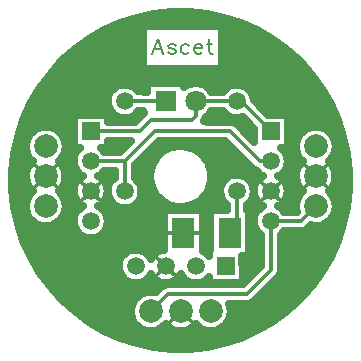
<source format=gbr>
G04 CAM Products 2000  RS274-X Output*
G04 Serial Number: 0000-00-00000*
G04 File Name:ir_sensor_top.gbr *
%FSLAX34Y34*%
%MOIN*%
%SFA1B1*%

%IPPOS*%
%ADD10C,0.005500*%
%ADD11C,0.006000*%
%ADD13C,0.013000*%
%ADD14C,0.025000*%
%ADD15R,0.074800X0.100000*%
%ADD16R,0.059100X0.059100*%
%ADD17C,0.059100*%
%ADD18R,0.070900X0.070900*%
%ADD19C,0.070900*%
%ADD20C,0.059000*%
%ADD21C,0.078700*%
%ADD22C,0.138000*%
%ADD28C,0.086700*%
%ADD29C,0.067000*%
%ADD32R,0.078900X0.078900*%
%ADD34C,0.067100*%
%ADD36R,0.067100X0.067100*%
%ADD38R,0.082800X0.108000*%
%ADD41C,0.007700*%
%ADD500C,0.035000*%
%ADD501C,0.039400*%
%ADD502C,0.047200*%
%ADD503C,0.138000*%
%LNir_sensor_top-1*%
%LPD*%
G54D13*
X10060Y7815D02*
Y6685D01*
X9815Y6440*
X7190Y3815D02*
X7779Y4404D01*
X10404*
X11190Y5190*
Y6815*
X12190*
X12690Y7315*
X10060Y10815D02*
X8690D01*
X10060D02*
X10190D01*
X11190Y9815*
X8690Y10815D02*
Y10315D01*
X8565Y10190*
X7190*
X6815Y9815*
X5190*
X6320Y10815D02*
X7690D01*
X5190Y8815D02*
X6320D01*
Y7815*
X11190Y8815D02*
X10815D01*
X9815Y9815*
X7315*
X6320Y8820*
G54D14*
X6552Y13541D02*
X9811D01*
X5900Y13292D02*
X6900D01*
X9587D02*
X10467D01*
X5411Y13043D02*
X6900D01*
X9587D02*
X10951D01*
X5017Y12795D02*
X6900D01*
X9587D02*
X11350D01*
X4673Y12546D02*
X6900D01*
X9587D02*
X11690D01*
X4400Y12297D02*
X6900D01*
X9587D02*
X11967D01*
X4142Y12049D02*
X6900D01*
X9587D02*
X12221D01*
X3919Y11800D02*
X12443D01*
X3724Y11551D02*
X12639D01*
X3544Y11303D02*
X6022D01*
X6618D02*
X7045D01*
X9095D02*
X9760D01*
X10361D02*
X12822D01*
X3392Y11054D02*
X5787D01*
X10591D02*
X12975D01*
X3247Y10805D02*
X5736D01*
X10693D02*
X13119D01*
X3126Y10556D02*
X5799D01*
X10939D02*
X13236D01*
X3017Y10308D02*
X4604D01*
X5775D02*
X6057D01*
X6583D02*
X6815D01*
X9072D02*
X9799D01*
X11775D02*
X13350D01*
X2923Y10059D02*
X4604D01*
X10064D02*
X10455D01*
X11775D02*
X13443D01*
X2841Y9810D02*
X3233D01*
X4150D02*
X4604D01*
X10310D02*
X10604D01*
X11775D02*
X12233D01*
X13150D02*
X13525D01*
X2767Y9562D02*
X3053D01*
X4325D02*
X4604D01*
X11775D02*
X12053D01*
X13325D02*
X13596D01*
X2716Y9313D02*
X3006D01*
X4372D02*
X4604D01*
X5775D02*
X6322D01*
X7306D02*
X7975D01*
X8408D02*
X9826D01*
X11775D02*
X12006D01*
X13372D02*
X13650D01*
X2661Y9064D02*
X3057D01*
X4325D02*
X4662D01*
X7056D02*
X7479D01*
X8900D02*
X10072D01*
X11716D02*
X12057D01*
X13325D02*
X13701D01*
X2638Y8816D02*
X3236D01*
X4146D02*
X4604D01*
X6806D02*
X7279D01*
X9099D02*
X10322D01*
X11775D02*
X12236D01*
X13146D02*
X13729D01*
X2611Y8567D02*
X3057D01*
X4322D02*
X4662D01*
X6673D02*
X7182D01*
X9200D02*
X10572D01*
X11716D02*
X12057D01*
X13322D02*
X13756D01*
X2601Y8318D02*
X3006D01*
X4372D02*
X4904D01*
X5474D02*
X5967D01*
X6673D02*
X7150D01*
X9232D02*
X9791D01*
X10329D02*
X10904D01*
X11474D02*
X12006D01*
X13372D02*
X13764D01*
X2601Y8070D02*
X3053D01*
X4325D02*
X4666D01*
X5712D02*
X5794D01*
X6845D02*
X7178D01*
X9200D02*
X9537D01*
X10583D02*
X10665D01*
X11712D02*
X12053D01*
X13325D02*
X13764D01*
X2607Y7821D02*
X3229D01*
X4150D02*
X4604D01*
X6904D02*
X7275D01*
X9103D02*
X9475D01*
X11775D02*
X12229D01*
X13150D02*
X13756D01*
X2634Y7572D02*
X3061D01*
X4322D02*
X4658D01*
X6849D02*
X7471D01*
X8908D02*
X9529D01*
X11720D02*
X12061D01*
X13322D02*
X13733D01*
X2661Y7324D02*
X3006D01*
X4372D02*
X4897D01*
X5486D02*
X6025D01*
X6615D02*
X7943D01*
X8439D02*
X9705D01*
X10415D02*
X10897D01*
X11486D02*
X12006D01*
X13372D02*
X13705D01*
X2712Y7075D02*
X3053D01*
X4329D02*
X4670D01*
X5712D02*
X7615D01*
X8943D02*
X9150D01*
X10478D02*
X10672D01*
X13329D02*
X13654D01*
X2763Y6826D02*
X3225D01*
X4158D02*
X4604D01*
X5775D02*
X7615D01*
X8943D02*
X9150D01*
X10478D02*
X10602D01*
X13158D02*
X13600D01*
X2833Y6577D02*
X4658D01*
X5724D02*
X7615D01*
X8943D02*
X9150D01*
X10478D02*
X10656D01*
X12443D02*
X13533D01*
X2915Y6329D02*
X4889D01*
X5493D02*
X7615D01*
X8943D02*
X9150D01*
X10478D02*
X10834D01*
X11544D02*
X13451D01*
X3005Y6080D02*
X7615D01*
X8943D02*
X9150D01*
X10478D02*
X10834D01*
X11544D02*
X13358D01*
X3118Y5831D02*
X6447D01*
X6931D02*
X7447D01*
X8943D02*
X9104D01*
X10478D02*
X10834D01*
X11544D02*
X13248D01*
X3236Y5583D02*
X6174D01*
X10275D02*
X10834D01*
X11544D02*
X13131D01*
X3376Y5334D02*
X6104D01*
X10275D02*
X10834D01*
X11544D02*
X12986D01*
X3529Y5085D02*
X6154D01*
X10275D02*
X10596D01*
X11529D02*
X12838D01*
X3708Y4837D02*
X6373D01*
X7005D02*
X7373D01*
X8005D02*
X8373D01*
X9005D02*
X9103D01*
X11329D02*
X12658D01*
X3900Y4588D02*
X7471D01*
X11079D02*
X12467D01*
X4122Y4339D02*
X6768D01*
X10829D02*
X12240D01*
X4372Y4091D02*
X6568D01*
X10533D02*
X11990D01*
X4650Y3842D02*
X6506D01*
X9872D02*
X11717D01*
X4986Y3593D02*
X6545D01*
X9833D02*
X11381D01*
X5372Y3345D02*
X6705D01*
X9677D02*
X10990D01*
X5849Y3096D02*
X10518D01*
X6486Y2847D02*
X9881D01*
X7697Y2598D02*
X8666D01*
X9301Y7205D02*
X9727D01*
X9730Y7361*
X9627Y7460*
X9559Y7565*
X9516Y7682*
X9500Y7806*
X9512Y7930*
X9551Y8048*
X9615Y8155*
X9702Y8245*
X9806Y8314*
X9922Y8358*
X10046Y8375*
X10170Y8364*
X10289Y8326*
X10397Y8263*
X10487Y8177*
X10557Y8073*
X10602Y7957*
X10620Y7815*
X10606Y7691*
X10565Y7573*
X10499Y7467*
X10388Y7364*
X10390Y7202*
X10454Y7205*
Y5675*
X10247*
X10250Y5000*
Y4755*
X9130*
X9129Y4967*
X9042Y4879*
X8936Y4812*
X8819Y4770*
X8695Y4755*
X8571Y4768*
X8453Y4807*
X8346Y4872*
X8257Y4959*
X8191Y5061*
X8113Y4948*
X8022Y4864*
X7914Y4801*
X7794Y4765*
X7670Y4755*
X7547Y4773*
X7430Y4818*
X7327Y4888*
X7242Y4979*
X7190Y5062*
X7129Y4967*
X7042Y4879*
X6936Y4812*
X6819Y4770*
X6695Y4755*
X6571Y4768*
X6453Y4807*
X6346Y4872*
X6257Y4959*
X6189Y5064*
X6146Y5181*
X6130Y5305*
X6141Y5429*
X6180Y5548*
X6244Y5655*
X6331Y5745*
X6435Y5814*
X6551Y5858*
X6675Y5875*
X6799Y5865*
X6918Y5827*
X7026Y5764*
X7117Y5678*
X7191Y5564*
X7230Y5634*
X7312Y5728*
X7413Y5802*
X7527Y5851*
X7641Y5873*
Y7205*
X8919*
Y5826*
X9026Y5764*
X9132Y5656*
X9130Y5875*
X9173*
X9176Y6550*
Y7205*
X9301*
X4755Y10375D02*
X5750D01*
Y10145*
X6678*
X6960Y10425*
X6940Y10485*
X6772*
X6671Y10379*
X6566Y10312*
X6448Y10270*
X6325Y10255*
X6201Y10268*
X6082Y10308*
X5976Y10373*
X5887Y10460*
X5819Y10565*
X5776Y10682*
X5760Y10806*
X5772Y10930*
X5811Y11048*
X5875Y11155*
X5962Y11245*
X6066Y11314*
X6182Y11358*
X6306Y11375*
X6430Y11364*
X6549Y11326*
X6657Y11263*
X6767Y11148*
X7074Y11145*
X7071Y11434*
X8309*
Y11305*
X8407Y11366*
X8524Y11412*
X8647Y11433*
X8771Y11429*
X8893Y11400*
X9006Y11348*
X9106Y11274*
X9190Y11181*
X9211Y11144*
X9608Y11145*
X9702Y11245*
X9806Y11314*
X9922Y11358*
X10046Y11375*
X10170Y11364*
X10289Y11326*
X10397Y11263*
X10487Y11177*
X10557Y11073*
X10602Y10957*
X10617Y10853*
X11095Y10377*
X11750Y10375*
Y9255*
X11535*
X11617Y9178*
X11686Y9075*
X11732Y8959*
X11750Y8815*
X11736Y8691*
X11695Y8573*
X11629Y8467*
X11542Y8379*
X11440Y8314*
X11526Y8264*
X11617Y8178*
X11686Y8075*
X11732Y7959*
X11750Y7835*
X11741Y7716*
X11706Y7596*
X11644Y7487*
X11561Y7395*
X11459Y7323*
X11443Y7315*
X11526Y7264*
X11617Y7178*
X11641Y7143*
X12053Y7145*
X12035Y7246*
X12034Y7371*
X12056Y7493*
X12101Y7610*
X12167Y7716*
X12262Y7814*
X12160Y7923*
X12096Y8030*
X12053Y8147*
X12033Y8271*
X12036Y8395*
X12063Y8517*
X12113Y8632*
X12183Y8735*
X12261Y8815*
X12176Y8904*
X12107Y9008*
X12060Y9123*
X12035Y9246*
X12034Y9371*
X12056Y9493*
X12101Y9610*
X12167Y9716*
X12252Y9807*
X12353Y9881*
X12466Y9934*
X12586Y9965*
X12711Y9973*
X12835Y9958*
X12953Y9919*
X13063Y9858*
X13158Y9778*
X13237Y9682*
X13297Y9572*
X13334Y9453*
X13349Y9315*
X13337Y9191*
X13302Y9071*
X13245Y8960*
X13168Y8862*
X13118Y8818*
X13208Y8722*
X13275Y8617*
X13322Y8501*
X13346Y8379*
X13344Y8240*
X13319Y8118*
X13270Y8003*
X13201Y7899*
X13119Y7815*
X13237Y7682*
X13297Y7572*
X13334Y7453*
X13349Y7315*
X13337Y7191*
X13302Y7071*
X13245Y6960*
X13168Y6862*
X13074Y6780*
X12966Y6717*
X12848Y6676*
X12725Y6657*
X12600Y6662*
X12520Y6681*
X12423Y6582*
X12320Y6512*
X12190Y6485*
X11639*
X11542Y6379*
X11519Y6364*
X11520Y5190*
X11497Y5068*
X11423Y4957*
X10637Y4170*
X10534Y4101*
X10404Y4074*
X9797Y4072*
X9834Y3953*
X9849Y3815*
X9837Y3691*
X9802Y3571*
X9745Y3460*
X9668Y3362*
X9574Y3280*
X9466Y3217*
X9348Y3176*
X9225Y3157*
X9100Y3162*
X8978Y3191*
X8865Y3242*
X8762Y3314*
X8689Y3390*
X8632Y3327*
X8532Y3252*
X8420Y3198*
X8299Y3165*
X8175Y3156*
X8051Y3171*
X7932Y3209*
X7822Y3269*
X7726Y3348*
X7690Y3386*
X7574Y3280*
X7466Y3217*
X7348Y3176*
X7225Y3157*
X7100Y3162*
X6978Y3191*
X6865Y3242*
X6762Y3314*
X6676Y3404*
X6607Y3508*
X6560Y3623*
X6535Y3746*
X6534Y3871*
X6556Y3993*
X6601Y4110*
X6667Y4216*
X6752Y4307*
X6853Y4381*
X6966Y4434*
X7086Y4465*
X7211Y4473*
X7361Y4449*
X7545Y4637*
X7648Y4707*
X7779Y4734*
X10267*
X10858Y5325*
X10860Y6366*
X10757Y6459*
X10689Y6564*
X10646Y6681*
X10630Y6805*
X10641Y6929*
X10680Y7048*
X10744Y7155*
X10831Y7245*
X10938Y7315*
X10846Y7372*
X10757Y7459*
X10689Y7564*
X10646Y7681*
X10630Y7805*
X10641Y7929*
X10680Y8048*
X10744Y8155*
X10831Y8245*
X10938Y8315*
X10846Y8372*
X10757Y8459*
X10734Y8495*
X10609Y8557*
X9678Y9485*
X7452*
X6651Y8684*
X6650Y8269*
X6747Y8177*
X6817Y8073*
X6862Y7957*
X6880Y7815*
X6866Y7691*
X6825Y7573*
X6759Y7467*
X6671Y7379*
X6566Y7312*
X6448Y7270*
X6325Y7255*
X6201Y7268*
X6082Y7308*
X5976Y7373*
X5887Y7460*
X5819Y7565*
X5776Y7682*
X5760Y7806*
X5772Y7930*
X5811Y8048*
X5875Y8155*
X5991Y8265*
X5990Y8483*
X5644Y8485*
X5542Y8379*
X5440Y8314*
X5526Y8264*
X5617Y8178*
X5686Y8075*
X5732Y7959*
X5750Y7835*
X5741Y7716*
X5706Y7596*
X5644Y7487*
X5561Y7395*
X5459Y7323*
X5443Y7315*
X5526Y7264*
X5617Y7178*
X5686Y7075*
X5732Y6959*
X5750Y6815*
X5736Y6691*
X5695Y6573*
X5629Y6467*
X5542Y6379*
X5436Y6312*
X5319Y6270*
X5195Y6255*
X5071Y6268*
X4953Y6307*
X4846Y6372*
X4757Y6459*
X4689Y6564*
X4646Y6681*
X4630Y6805*
X4641Y6929*
X4680Y7048*
X4744Y7155*
X4831Y7245*
X4938Y7315*
X4846Y7372*
X4757Y7459*
X4689Y7564*
X4646Y7681*
X4630Y7805*
X4641Y7929*
X4680Y8048*
X4744Y8155*
X4831Y8245*
X4938Y8315*
X4846Y8372*
X4757Y8459*
X4689Y8564*
X4646Y8681*
X4630Y8805*
X4641Y8929*
X4680Y9048*
X4744Y9155*
X4847Y9256*
X4630Y9255*
Y10375*
X4755*
X5750Y9489D02*
Y9255D01*
X5535*
X5617Y9178*
X5641Y9143*
X6178Y9145*
X6520Y9487*
X5749Y9485*
X10630Y9470D02*
Y9907D01*
X10252Y10286*
X10065Y10255*
X9941Y10268*
X9822Y10308*
X9716Y10373*
X9612Y10483*
X9212Y10485*
X9118Y10368*
X9016Y10289*
X8979Y10156*
X8994Y10190*
X9065Y10145*
X9815*
X9937Y10122*
X10048Y10048*
X10631Y9466*
X9199Y8190D02*
X9176Y8068D01*
X9138Y7948*
X9086Y7835*
X9020Y7729*
X8942Y7631*
X8852Y7544*
X8753Y7469*
X8645Y7406*
X8530Y7357*
X8410Y7323*
X8286Y7303*
X8161Y7299*
X8037Y7310*
X7915Y7337*
X7797Y7378*
X7685Y7433*
X7581Y7502*
X7485Y7583*
X7401Y7675*
X7328Y7776*
X7269Y7886*
X7223Y8002*
X7192Y8123*
X7176Y8247*
X7175Y8372*
X7190Y8496*
X7220Y8618*
X7264Y8734*
X7323Y8845*
X7394Y8947*
X7478Y9040*
X7572Y9122*
X7676Y9192*
X7787Y9248*
X7905Y9290*
X8026Y9318*
X8151Y9331*
X8276Y9328*
X8399Y9310*
X8520Y9276*
X8635Y9229*
X8744Y9167*
X8844Y9093*
X8935Y9007*
X9014Y8910*
X9081Y8804*
X9134Y8691*
X9173Y8573*
X9197Y8450*
X9206Y8315*
X9199Y8190*
X4337Y9191D02*
X4302Y9071D01*
X4245Y8960*
X4168Y8862*
X4118Y8818*
X4208Y8722*
X4275Y8617*
X4322Y8501*
X4346Y8379*
X4344Y8240*
X4319Y8118*
X4270Y8003*
X4201Y7899*
X4119Y7815*
X4237Y7682*
X4297Y7572*
X4334Y7453*
X4349Y7315*
X4337Y7191*
X4302Y7071*
X4245Y6960*
X4168Y6862*
X4074Y6780*
X3966Y6717*
X3848Y6676*
X3725Y6657*
X3600Y6662*
X3478Y6691*
X3365Y6742*
X3262Y6814*
X3176Y6904*
X3107Y7008*
X3060Y7123*
X3035Y7246*
X3034Y7371*
X3056Y7493*
X3101Y7610*
X3167Y7716*
X3262Y7814*
X3160Y7923*
X3096Y8030*
X3053Y8147*
X3033Y8271*
X3036Y8395*
X3063Y8517*
X3113Y8632*
X3183Y8735*
X3261Y8815*
X3176Y8904*
X3107Y9008*
X3060Y9123*
X3035Y9246*
X3034Y9371*
X3056Y9493*
X3101Y9610*
X3167Y9716*
X3252Y9807*
X3353Y9881*
X3466Y9934*
X3586Y9965*
X3711Y9973*
X3835Y9958*
X3953Y9919*
X4063Y9858*
X4158Y9778*
X4237Y9682*
X4297Y9572*
X4334Y9453*
X4349Y9315*
X4337Y9191*
X7050Y13330D02*
X9561D01*
Y11898*
X6925*
Y13330*
X7050*
X4211Y4214D02*
X4652Y3817D01*
X5128Y3472*
X5637Y3178*
X6174Y2940*
X6733Y2758*
X7308Y2637*
X7892Y2575*
X8480Y2576*
X9064Y2638*
X9639Y2760*
X10198Y2942*
X10735Y3181*
X11243Y3476*
X11719Y3821*
X12155Y4215*
X12548Y4652*
X12893Y5127*
X13187Y5637*
X13426Y6174*
X13607Y6733*
X13729Y7308*
X13790Y7892*
X13789Y8480*
X13728Y9064*
X13605Y9639*
X13423Y10198*
X13184Y10735*
X12890Y11243*
X12544Y11719*
X12150Y12155*
X11713Y12548*
X11238Y12893*
X10729Y13187*
X10192Y13426*
X9633Y13607*
X9058Y13729*
X8473Y13790*
X7885Y13789*
X7301Y13728*
X6726Y13605*
X6167Y13423*
X5631Y13184*
X5122Y12890*
X4647Y12544*
X4210Y12150*
X3817Y11713*
X3472Y11238*
X3178Y10729*
X2940Y10192*
X2758Y9633*
X2637Y9058*
X2576Y8473*
Y7885*
X2638Y7301*
X2760Y6726*
X2942Y6167*
X3182Y5631*
X3476Y5122*
X3821Y4647*
X4215Y4210*
G54D13*
X7641Y6440D02*
X8918D01*
X4794Y8211D02*
X5586Y7419D01*
Y8211D02*
X4794Y7419D01*
X7294Y5711D02*
X8086Y4919D01*
X7690Y5315D02*
X7294Y4919D01*
X10794Y8211D02*
X11586Y7419D01*
Y8211D02*
X10794Y7419D01*
X12225Y8780D02*
X13155Y7850D01*
Y8780D02*
X12225Y7850D01*
X8190Y3815D02*
X8655Y3350D01*
X8190Y3815D02*
X7725Y3350D01*
X3225Y8780D02*
X4155Y7850D01*
Y8780D02*
X3225Y7850D01*
G54D15*
X9815Y6440D03*
X8280D03*
G54D16*
X5190Y9815D03*
G54D17*
X5190Y8815D03*
Y7815D03*
Y6815D03*
G54D16*
X9690Y5315D03*
G54D17*
X8690Y5315D03*
X7690D03*
X6690D03*
G54D16*
X11190Y9815D03*
G54D17*
X11190Y8815D03*
Y7815D03*
Y6815D03*
G54D18*
X7690Y10815D03*
G54D19*
X8690Y10815D03*
G54D20*
X10060Y7815D03*
G54D17*
X10060Y10815D03*
G54D20*
X6320Y10815D03*
Y7815D03*
G54D21*
X12690Y7315D03*
Y8315D03*
Y9315D03*
X7190Y3815D03*
X8190D03*
X9190D03*
X3690Y9315D03*
Y8315D03*
Y7315D03*
G54D41*
X7612Y12393D02*
X7420Y12895D01*
X7229Y12393*
X7300Y12560D02*
X7540D01*
X8029Y12656D02*
X8005Y12704D01*
X7933Y12728*
X7862*
X7790Y12704*
X7766Y12656*
X7790Y12609*
X7838Y12584*
X7957Y12560*
X8005Y12537*
X8029Y12489*
Y12465*
X8005Y12417*
X7933Y12393*
X7862*
X7790Y12417*
X7766Y12465*
X8471Y12656D02*
X8423Y12704D01*
X8375Y12728*
X8303*
X8255Y12704*
X8208Y12656*
X8183Y12584*
Y12537*
X8208Y12465*
X8255Y12417*
X8303Y12393*
X8375*
X8423Y12417*
X8471Y12465*
X8625Y12584D02*
X8912D01*
Y12632*
X8888Y12680*
X8865Y12704*
X8817Y12728*
X8745*
X8697Y12704*
X8649Y12656*
X8625Y12584*
Y12537*
X8649Y12465*
X8697Y12417*
X8745Y12393*
X8817*
X8865Y12417*
X8912Y12465*
X9138Y12895D02*
Y12489D01*
X9162Y12417*
X9210Y12393*
X9258*
X9067Y12728D02*
X9234D01*
M02*
</source>
